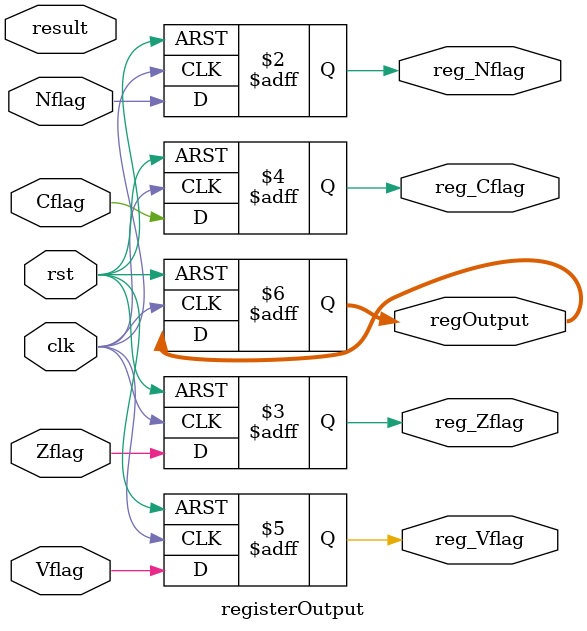
<source format=sv>
module registerOutput  #(parameter N=4)(
													 input [N-1:0] result,
													 input clk, rst, Nflag,Zflag, Cflag, Vflag,
													 output reg reg_Nflag, reg_Zflag, reg_Cflag, reg_Vflag,
													 output reg [N-1:0] regOutput);
													 
	always @(negedge clk or posedge rst) begin
	
		if(rst) begin
			reg_Nflag <= 0;
			reg_Zflag <= 0;
			reg_Cflag <= 0;
			reg_Vflag <= 0;
			regOutput <= 0;
			end
		else begin
			reg_Nflag <= Nflag;
			reg_Zflag <= Zflag;
			reg_Cflag <= Cflag;
			reg_Vflag <= Vflag;
			regOutput <= regOutput;
			end
			
	end
	
endmodule
</source>
